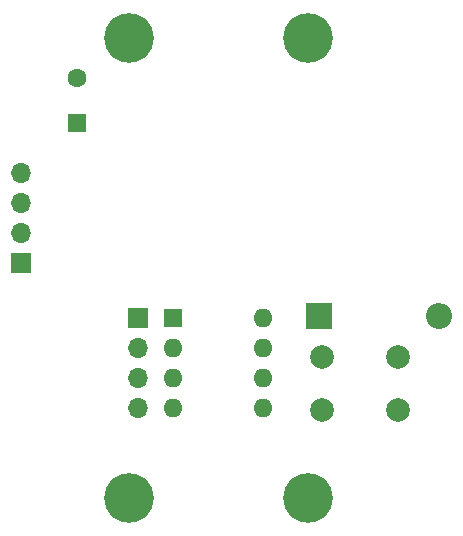
<source format=gbr>
%TF.GenerationSoftware,KiCad,Pcbnew,7.0.2-1.fc38*%
%TF.CreationDate,2023-05-30T17:38:37+02:00*%
%TF.ProjectId,Attiny_termometro,41747469-6e79-45f7-9465-726d6f6d6574,rev?*%
%TF.SameCoordinates,Original*%
%TF.FileFunction,Soldermask,Top*%
%TF.FilePolarity,Negative*%
%FSLAX46Y46*%
G04 Gerber Fmt 4.6, Leading zero omitted, Abs format (unit mm)*
G04 Created by KiCad (PCBNEW 7.0.2-1.fc38) date 2023-05-30 17:38:37*
%MOMM*%
%LPD*%
G01*
G04 APERTURE LIST*
%ADD10R,1.700000X1.700000*%
%ADD11O,1.700000X1.700000*%
%ADD12C,2.000000*%
%ADD13R,2.200000X2.200000*%
%ADD14O,2.200000X2.200000*%
%ADD15R,1.600000X1.600000*%
%ADD16O,1.600000X1.600000*%
%ADD17C,1.600000*%
%ADD18C,4.200000*%
G04 APERTURE END LIST*
D10*
%TO.C,Display1*%
X68300000Y-103800000D03*
D11*
X68300000Y-101260000D03*
X68300000Y-98720000D03*
X68300000Y-96180000D03*
%TD*%
D12*
%TO.C,SW1*%
X100250000Y-116250000D03*
X93750000Y-116250000D03*
X100250000Y-111750000D03*
X93750000Y-111750000D03*
%TD*%
D10*
%TO.C,BMP280*%
X78200000Y-108460000D03*
D11*
X78200000Y-111000000D03*
X78200000Y-113540000D03*
X78200000Y-116080000D03*
%TD*%
D13*
%TO.C,D1*%
X93500000Y-108250000D03*
D14*
X103660000Y-108250000D03*
%TD*%
D15*
%TO.C,Attiny85*%
X81200000Y-108460000D03*
D16*
X81200000Y-111000000D03*
X81200000Y-113540000D03*
X81200000Y-116080000D03*
X88820000Y-116080000D03*
X88820000Y-113540000D03*
X88820000Y-111000000D03*
X88820000Y-108460000D03*
%TD*%
D15*
%TO.C,C1*%
X73000000Y-91900000D03*
D17*
X73000000Y-88100000D03*
%TD*%
D18*
%TO.C,SC1*%
X92600000Y-123700000D03*
X92600000Y-84700000D03*
%TD*%
%TO.C,SC2*%
X77400000Y-84700000D03*
X77400000Y-123700000D03*
%TD*%
M02*

</source>
